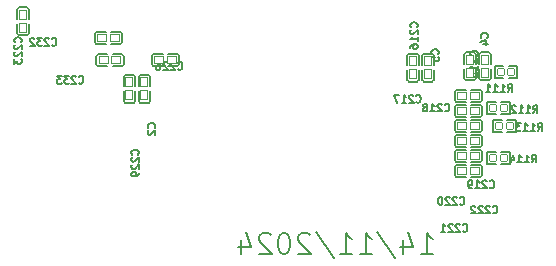
<source format=gbr>
%TF.GenerationSoftware,KiCad,Pcbnew,8.0.6*%
%TF.CreationDate,2024-11-23T19:50:46+06:00*%
%TF.ProjectId,sicomm_slaveboard_BK4819_v2,7369636f-6d6d-45f7-936c-617665626f61,rev?*%
%TF.SameCoordinates,Original*%
%TF.FileFunction,Legend,Bot*%
%TF.FilePolarity,Positive*%
%FSLAX46Y46*%
G04 Gerber Fmt 4.6, Leading zero omitted, Abs format (unit mm)*
G04 Created by KiCad (PCBNEW 8.0.6) date 2024-11-23 19:50:46*
%MOMM*%
%LPD*%
G01*
G04 APERTURE LIST*
G04 Aperture macros list*
%AMRoundRect*
0 Rectangle with rounded corners*
0 $1 Rounding radius*
0 $2 $3 $4 $5 $6 $7 $8 $9 X,Y pos of 4 corners*
0 Add a 4 corners polygon primitive as box body*
4,1,4,$2,$3,$4,$5,$6,$7,$8,$9,$2,$3,0*
0 Add four circle primitives for the rounded corners*
1,1,$1+$1,$2,$3*
1,1,$1+$1,$4,$5*
1,1,$1+$1,$6,$7*
1,1,$1+$1,$8,$9*
0 Add four rect primitives between the rounded corners*
20,1,$1+$1,$2,$3,$4,$5,0*
20,1,$1+$1,$4,$5,$6,$7,0*
20,1,$1+$1,$6,$7,$8,$9,0*
20,1,$1+$1,$8,$9,$2,$3,0*%
G04 Aperture macros list end*
%ADD10C,0.203200*%
%ADD11C,0.152400*%
%ADD12RoundRect,0.050800X-0.270000X0.395050X-0.270000X-0.395050X0.270000X-0.395050X0.270000X0.395050X0*%
%ADD13RoundRect,0.050800X0.270000X-0.395050X0.270000X0.395050X-0.270000X0.395050X-0.270000X-0.395050X0*%
%ADD14RoundRect,0.050800X0.395050X0.270000X-0.395050X0.270000X-0.395050X-0.270000X0.395050X-0.270000X0*%
%ADD15RoundRect,0.050800X-0.395050X-0.270000X0.395050X-0.270000X0.395050X0.270000X-0.395050X0.270000X0*%
%ADD16RoundRect,0.050800X-0.282850X-0.270000X0.282850X-0.270000X0.282850X0.270000X-0.282850X0.270000X0*%
%ADD17RoundRect,0.050800X-2.250000X0.650000X-2.250000X-0.650000X2.250000X-0.650000X2.250000X0.650000X0*%
%ADD18O,1.901600X1.901600*%
%ADD19O,1.801600X1.801600*%
%ADD20RoundRect,0.050800X0.850000X-0.850000X0.850000X0.850000X-0.850000X0.850000X-0.850000X-0.850000X0*%
%ADD21RoundRect,0.050800X0.900000X0.787400X-0.900000X0.787400X-0.900000X-0.787400X0.900000X-0.787400X0*%
%ADD22O,5.101600X5.101600*%
G04 APERTURE END LIST*
D10*
X31672363Y-20139242D02*
X32678077Y-20139242D01*
X32175220Y-20139242D02*
X32175220Y-18379242D01*
X32175220Y-18379242D02*
X32342839Y-18630671D01*
X32342839Y-18630671D02*
X32510458Y-18798290D01*
X32510458Y-18798290D02*
X32678077Y-18882099D01*
X30163792Y-18965909D02*
X30163792Y-20139242D01*
X30582840Y-18295433D02*
X31001887Y-19552575D01*
X31001887Y-19552575D02*
X29912364Y-19552575D01*
X27984745Y-18295433D02*
X29493316Y-20558290D01*
X26476173Y-20139242D02*
X27481887Y-20139242D01*
X26979030Y-20139242D02*
X26979030Y-18379242D01*
X26979030Y-18379242D02*
X27146649Y-18630671D01*
X27146649Y-18630671D02*
X27314268Y-18798290D01*
X27314268Y-18798290D02*
X27481887Y-18882099D01*
X24799983Y-20139242D02*
X25805697Y-20139242D01*
X25302840Y-20139242D02*
X25302840Y-18379242D01*
X25302840Y-18379242D02*
X25470459Y-18630671D01*
X25470459Y-18630671D02*
X25638078Y-18798290D01*
X25638078Y-18798290D02*
X25805697Y-18882099D01*
X22788555Y-18295433D02*
X24297126Y-20558290D01*
X22285697Y-18546861D02*
X22201888Y-18463052D01*
X22201888Y-18463052D02*
X22034269Y-18379242D01*
X22034269Y-18379242D02*
X21615221Y-18379242D01*
X21615221Y-18379242D02*
X21447602Y-18463052D01*
X21447602Y-18463052D02*
X21363793Y-18546861D01*
X21363793Y-18546861D02*
X21279983Y-18714480D01*
X21279983Y-18714480D02*
X21279983Y-18882099D01*
X21279983Y-18882099D02*
X21363793Y-19133528D01*
X21363793Y-19133528D02*
X22369507Y-20139242D01*
X22369507Y-20139242D02*
X21279983Y-20139242D01*
X20190460Y-18379242D02*
X20022841Y-18379242D01*
X20022841Y-18379242D02*
X19855222Y-18463052D01*
X19855222Y-18463052D02*
X19771412Y-18546861D01*
X19771412Y-18546861D02*
X19687603Y-18714480D01*
X19687603Y-18714480D02*
X19603793Y-19049718D01*
X19603793Y-19049718D02*
X19603793Y-19468766D01*
X19603793Y-19468766D02*
X19687603Y-19804004D01*
X19687603Y-19804004D02*
X19771412Y-19971623D01*
X19771412Y-19971623D02*
X19855222Y-20055433D01*
X19855222Y-20055433D02*
X20022841Y-20139242D01*
X20022841Y-20139242D02*
X20190460Y-20139242D01*
X20190460Y-20139242D02*
X20358079Y-20055433D01*
X20358079Y-20055433D02*
X20441888Y-19971623D01*
X20441888Y-19971623D02*
X20525698Y-19804004D01*
X20525698Y-19804004D02*
X20609507Y-19468766D01*
X20609507Y-19468766D02*
X20609507Y-19049718D01*
X20609507Y-19049718D02*
X20525698Y-18714480D01*
X20525698Y-18714480D02*
X20441888Y-18546861D01*
X20441888Y-18546861D02*
X20358079Y-18463052D01*
X20358079Y-18463052D02*
X20190460Y-18379242D01*
X18933317Y-18546861D02*
X18849508Y-18463052D01*
X18849508Y-18463052D02*
X18681889Y-18379242D01*
X18681889Y-18379242D02*
X18262841Y-18379242D01*
X18262841Y-18379242D02*
X18095222Y-18463052D01*
X18095222Y-18463052D02*
X18011413Y-18546861D01*
X18011413Y-18546861D02*
X17927603Y-18714480D01*
X17927603Y-18714480D02*
X17927603Y-18882099D01*
X17927603Y-18882099D02*
X18011413Y-19133528D01*
X18011413Y-19133528D02*
X19017127Y-20139242D01*
X19017127Y-20139242D02*
X17927603Y-20139242D01*
X16419032Y-18965909D02*
X16419032Y-20139242D01*
X16838080Y-18295433D02*
X17257127Y-19552575D01*
X17257127Y-19552575D02*
X16167604Y-19552575D01*
D11*
X9115598Y-9471258D02*
X9146075Y-9440782D01*
X9146075Y-9440782D02*
X9176551Y-9349353D01*
X9176551Y-9349353D02*
X9176551Y-9288401D01*
X9176551Y-9288401D02*
X9146075Y-9196972D01*
X9146075Y-9196972D02*
X9085122Y-9136020D01*
X9085122Y-9136020D02*
X9024170Y-9105543D01*
X9024170Y-9105543D02*
X8902265Y-9075067D01*
X8902265Y-9075067D02*
X8810836Y-9075067D01*
X8810836Y-9075067D02*
X8688932Y-9105543D01*
X8688932Y-9105543D02*
X8627979Y-9136020D01*
X8627979Y-9136020D02*
X8567027Y-9196972D01*
X8567027Y-9196972D02*
X8536551Y-9288401D01*
X8536551Y-9288401D02*
X8536551Y-9349353D01*
X8536551Y-9349353D02*
X8567027Y-9440782D01*
X8567027Y-9440782D02*
X8597503Y-9471258D01*
X8597503Y-9715067D02*
X8567027Y-9745543D01*
X8567027Y-9745543D02*
X8536551Y-9806496D01*
X8536551Y-9806496D02*
X8536551Y-9958877D01*
X8536551Y-9958877D02*
X8567027Y-10019829D01*
X8567027Y-10019829D02*
X8597503Y-10050305D01*
X8597503Y-10050305D02*
X8658455Y-10080782D01*
X8658455Y-10080782D02*
X8719408Y-10080782D01*
X8719408Y-10080782D02*
X8810836Y-10050305D01*
X8810836Y-10050305D02*
X9176551Y-9684591D01*
X9176551Y-9684591D02*
X9176551Y-10080782D01*
X-2197402Y-2232258D02*
X-2166925Y-2201782D01*
X-2166925Y-2201782D02*
X-2136449Y-2110353D01*
X-2136449Y-2110353D02*
X-2136449Y-2049401D01*
X-2136449Y-2049401D02*
X-2166925Y-1957972D01*
X-2166925Y-1957972D02*
X-2227878Y-1897020D01*
X-2227878Y-1897020D02*
X-2288830Y-1866543D01*
X-2288830Y-1866543D02*
X-2410735Y-1836067D01*
X-2410735Y-1836067D02*
X-2502164Y-1836067D01*
X-2502164Y-1836067D02*
X-2624068Y-1866543D01*
X-2624068Y-1866543D02*
X-2685021Y-1897020D01*
X-2685021Y-1897020D02*
X-2745973Y-1957972D01*
X-2745973Y-1957972D02*
X-2776449Y-2049401D01*
X-2776449Y-2049401D02*
X-2776449Y-2110353D01*
X-2776449Y-2110353D02*
X-2745973Y-2201782D01*
X-2745973Y-2201782D02*
X-2715497Y-2232258D01*
X-2715497Y-2476067D02*
X-2745973Y-2506543D01*
X-2745973Y-2506543D02*
X-2776449Y-2567496D01*
X-2776449Y-2567496D02*
X-2776449Y-2719877D01*
X-2776449Y-2719877D02*
X-2745973Y-2780829D01*
X-2745973Y-2780829D02*
X-2715497Y-2811305D01*
X-2715497Y-2811305D02*
X-2654545Y-2841782D01*
X-2654545Y-2841782D02*
X-2593592Y-2841782D01*
X-2593592Y-2841782D02*
X-2502164Y-2811305D01*
X-2502164Y-2811305D02*
X-2136449Y-2445591D01*
X-2136449Y-2445591D02*
X-2136449Y-2841782D01*
X-2715497Y-3085591D02*
X-2745973Y-3116067D01*
X-2745973Y-3116067D02*
X-2776449Y-3177020D01*
X-2776449Y-3177020D02*
X-2776449Y-3329401D01*
X-2776449Y-3329401D02*
X-2745973Y-3390353D01*
X-2745973Y-3390353D02*
X-2715497Y-3420829D01*
X-2715497Y-3420829D02*
X-2654545Y-3451306D01*
X-2654545Y-3451306D02*
X-2593592Y-3451306D01*
X-2593592Y-3451306D02*
X-2502164Y-3420829D01*
X-2502164Y-3420829D02*
X-2136449Y-3055115D01*
X-2136449Y-3055115D02*
X-2136449Y-3451306D01*
X-2776449Y-3664639D02*
X-2776449Y-4060830D01*
X-2776449Y-4060830D02*
X-2532640Y-3847496D01*
X-2532640Y-3847496D02*
X-2532640Y-3938925D01*
X-2532640Y-3938925D02*
X-2502164Y-3999877D01*
X-2502164Y-3999877D02*
X-2471687Y-4030353D01*
X-2471687Y-4030353D02*
X-2410735Y-4060830D01*
X-2410735Y-4060830D02*
X-2258354Y-4060830D01*
X-2258354Y-4060830D02*
X-2197402Y-4030353D01*
X-2197402Y-4030353D02*
X-2166925Y-3999877D01*
X-2166925Y-3999877D02*
X-2136449Y-3938925D01*
X-2136449Y-3938925D02*
X-2136449Y-3756068D01*
X-2136449Y-3756068D02*
X-2166925Y-3695115D01*
X-2166925Y-3695115D02*
X-2197402Y-3664639D01*
X11065641Y-4506498D02*
X11096117Y-4536975D01*
X11096117Y-4536975D02*
X11187546Y-4567451D01*
X11187546Y-4567451D02*
X11248498Y-4567451D01*
X11248498Y-4567451D02*
X11339927Y-4536975D01*
X11339927Y-4536975D02*
X11400879Y-4476022D01*
X11400879Y-4476022D02*
X11431356Y-4415070D01*
X11431356Y-4415070D02*
X11461832Y-4293165D01*
X11461832Y-4293165D02*
X11461832Y-4201736D01*
X11461832Y-4201736D02*
X11431356Y-4079832D01*
X11431356Y-4079832D02*
X11400879Y-4018879D01*
X11400879Y-4018879D02*
X11339927Y-3957927D01*
X11339927Y-3957927D02*
X11248498Y-3927451D01*
X11248498Y-3927451D02*
X11187546Y-3927451D01*
X11187546Y-3927451D02*
X11096117Y-3957927D01*
X11096117Y-3957927D02*
X11065641Y-3988403D01*
X10821832Y-3988403D02*
X10791356Y-3957927D01*
X10791356Y-3957927D02*
X10730403Y-3927451D01*
X10730403Y-3927451D02*
X10578022Y-3927451D01*
X10578022Y-3927451D02*
X10517070Y-3957927D01*
X10517070Y-3957927D02*
X10486594Y-3988403D01*
X10486594Y-3988403D02*
X10456117Y-4049355D01*
X10456117Y-4049355D02*
X10456117Y-4110308D01*
X10456117Y-4110308D02*
X10486594Y-4201736D01*
X10486594Y-4201736D02*
X10852308Y-4567451D01*
X10852308Y-4567451D02*
X10456117Y-4567451D01*
X10212308Y-3988403D02*
X10181832Y-3957927D01*
X10181832Y-3957927D02*
X10120879Y-3927451D01*
X10120879Y-3927451D02*
X9968498Y-3927451D01*
X9968498Y-3927451D02*
X9907546Y-3957927D01*
X9907546Y-3957927D02*
X9877070Y-3988403D01*
X9877070Y-3988403D02*
X9846593Y-4049355D01*
X9846593Y-4049355D02*
X9846593Y-4110308D01*
X9846593Y-4110308D02*
X9877070Y-4201736D01*
X9877070Y-4201736D02*
X10242784Y-4567451D01*
X10242784Y-4567451D02*
X9846593Y-4567451D01*
X9298022Y-3927451D02*
X9419927Y-3927451D01*
X9419927Y-3927451D02*
X9480879Y-3957927D01*
X9480879Y-3957927D02*
X9511355Y-3988403D01*
X9511355Y-3988403D02*
X9572308Y-4079832D01*
X9572308Y-4079832D02*
X9602784Y-4201736D01*
X9602784Y-4201736D02*
X9602784Y-4445546D01*
X9602784Y-4445546D02*
X9572308Y-4506498D01*
X9572308Y-4506498D02*
X9541831Y-4536975D01*
X9541831Y-4536975D02*
X9480879Y-4567451D01*
X9480879Y-4567451D02*
X9358974Y-4567451D01*
X9358974Y-4567451D02*
X9298022Y-4536975D01*
X9298022Y-4536975D02*
X9267546Y-4506498D01*
X9267546Y-4506498D02*
X9237069Y-4445546D01*
X9237069Y-4445546D02*
X9237069Y-4293165D01*
X9237069Y-4293165D02*
X9267546Y-4232213D01*
X9267546Y-4232213D02*
X9298022Y-4201736D01*
X9298022Y-4201736D02*
X9358974Y-4171260D01*
X9358974Y-4171260D02*
X9480879Y-4171260D01*
X9480879Y-4171260D02*
X9541831Y-4201736D01*
X9541831Y-4201736D02*
X9572308Y-4232213D01*
X9572308Y-4232213D02*
X9602784Y-4293165D01*
X7718598Y-11757258D02*
X7749075Y-11726782D01*
X7749075Y-11726782D02*
X7779551Y-11635353D01*
X7779551Y-11635353D02*
X7779551Y-11574401D01*
X7779551Y-11574401D02*
X7749075Y-11482972D01*
X7749075Y-11482972D02*
X7688122Y-11422020D01*
X7688122Y-11422020D02*
X7627170Y-11391543D01*
X7627170Y-11391543D02*
X7505265Y-11361067D01*
X7505265Y-11361067D02*
X7413836Y-11361067D01*
X7413836Y-11361067D02*
X7291932Y-11391543D01*
X7291932Y-11391543D02*
X7230979Y-11422020D01*
X7230979Y-11422020D02*
X7170027Y-11482972D01*
X7170027Y-11482972D02*
X7139551Y-11574401D01*
X7139551Y-11574401D02*
X7139551Y-11635353D01*
X7139551Y-11635353D02*
X7170027Y-11726782D01*
X7170027Y-11726782D02*
X7200503Y-11757258D01*
X7200503Y-12001067D02*
X7170027Y-12031543D01*
X7170027Y-12031543D02*
X7139551Y-12092496D01*
X7139551Y-12092496D02*
X7139551Y-12244877D01*
X7139551Y-12244877D02*
X7170027Y-12305829D01*
X7170027Y-12305829D02*
X7200503Y-12336305D01*
X7200503Y-12336305D02*
X7261455Y-12366782D01*
X7261455Y-12366782D02*
X7322408Y-12366782D01*
X7322408Y-12366782D02*
X7413836Y-12336305D01*
X7413836Y-12336305D02*
X7779551Y-11970591D01*
X7779551Y-11970591D02*
X7779551Y-12366782D01*
X7200503Y-12610591D02*
X7170027Y-12641067D01*
X7170027Y-12641067D02*
X7139551Y-12702020D01*
X7139551Y-12702020D02*
X7139551Y-12854401D01*
X7139551Y-12854401D02*
X7170027Y-12915353D01*
X7170027Y-12915353D02*
X7200503Y-12945829D01*
X7200503Y-12945829D02*
X7261455Y-12976306D01*
X7261455Y-12976306D02*
X7322408Y-12976306D01*
X7322408Y-12976306D02*
X7413836Y-12945829D01*
X7413836Y-12945829D02*
X7779551Y-12580115D01*
X7779551Y-12580115D02*
X7779551Y-12976306D01*
X7779551Y-13281068D02*
X7779551Y-13402972D01*
X7779551Y-13402972D02*
X7749075Y-13463925D01*
X7749075Y-13463925D02*
X7718598Y-13494401D01*
X7718598Y-13494401D02*
X7627170Y-13555353D01*
X7627170Y-13555353D02*
X7505265Y-13585830D01*
X7505265Y-13585830D02*
X7261455Y-13585830D01*
X7261455Y-13585830D02*
X7200503Y-13555353D01*
X7200503Y-13555353D02*
X7170027Y-13524877D01*
X7170027Y-13524877D02*
X7139551Y-13463925D01*
X7139551Y-13463925D02*
X7139551Y-13342020D01*
X7139551Y-13342020D02*
X7170027Y-13281068D01*
X7170027Y-13281068D02*
X7200503Y-13250591D01*
X7200503Y-13250591D02*
X7261455Y-13220115D01*
X7261455Y-13220115D02*
X7413836Y-13220115D01*
X7413836Y-13220115D02*
X7474789Y-13250591D01*
X7474789Y-13250591D02*
X7505265Y-13281068D01*
X7505265Y-13281068D02*
X7535741Y-13342020D01*
X7535741Y-13342020D02*
X7535741Y-13463925D01*
X7535741Y-13463925D02*
X7505265Y-13524877D01*
X7505265Y-13524877D02*
X7474789Y-13555353D01*
X7474789Y-13555353D02*
X7413836Y-13585830D01*
X397641Y-2474498D02*
X428117Y-2504975D01*
X428117Y-2504975D02*
X519546Y-2535451D01*
X519546Y-2535451D02*
X580498Y-2535451D01*
X580498Y-2535451D02*
X671927Y-2504975D01*
X671927Y-2504975D02*
X732879Y-2444022D01*
X732879Y-2444022D02*
X763356Y-2383070D01*
X763356Y-2383070D02*
X793832Y-2261165D01*
X793832Y-2261165D02*
X793832Y-2169736D01*
X793832Y-2169736D02*
X763356Y-2047832D01*
X763356Y-2047832D02*
X732879Y-1986879D01*
X732879Y-1986879D02*
X671927Y-1925927D01*
X671927Y-1925927D02*
X580498Y-1895451D01*
X580498Y-1895451D02*
X519546Y-1895451D01*
X519546Y-1895451D02*
X428117Y-1925927D01*
X428117Y-1925927D02*
X397641Y-1956403D01*
X153832Y-1956403D02*
X123356Y-1925927D01*
X123356Y-1925927D02*
X62403Y-1895451D01*
X62403Y-1895451D02*
X-89978Y-1895451D01*
X-89978Y-1895451D02*
X-150930Y-1925927D01*
X-150930Y-1925927D02*
X-181406Y-1956403D01*
X-181406Y-1956403D02*
X-211883Y-2017355D01*
X-211883Y-2017355D02*
X-211883Y-2078308D01*
X-211883Y-2078308D02*
X-181406Y-2169736D01*
X-181406Y-2169736D02*
X184308Y-2535451D01*
X184308Y-2535451D02*
X-211883Y-2535451D01*
X-425216Y-1895451D02*
X-821407Y-1895451D01*
X-821407Y-1895451D02*
X-608073Y-2139260D01*
X-608073Y-2139260D02*
X-699502Y-2139260D01*
X-699502Y-2139260D02*
X-760454Y-2169736D01*
X-760454Y-2169736D02*
X-790930Y-2200213D01*
X-790930Y-2200213D02*
X-821407Y-2261165D01*
X-821407Y-2261165D02*
X-821407Y-2413546D01*
X-821407Y-2413546D02*
X-790930Y-2474498D01*
X-790930Y-2474498D02*
X-760454Y-2504975D01*
X-760454Y-2504975D02*
X-699502Y-2535451D01*
X-699502Y-2535451D02*
X-516645Y-2535451D01*
X-516645Y-2535451D02*
X-455692Y-2504975D01*
X-455692Y-2504975D02*
X-425216Y-2474498D01*
X-1065216Y-1956403D02*
X-1095692Y-1925927D01*
X-1095692Y-1925927D02*
X-1156645Y-1895451D01*
X-1156645Y-1895451D02*
X-1309026Y-1895451D01*
X-1309026Y-1895451D02*
X-1369978Y-1925927D01*
X-1369978Y-1925927D02*
X-1400454Y-1956403D01*
X-1400454Y-1956403D02*
X-1430931Y-2017355D01*
X-1430931Y-2017355D02*
X-1430931Y-2078308D01*
X-1430931Y-2078308D02*
X-1400454Y-2169736D01*
X-1400454Y-2169736D02*
X-1034740Y-2535451D01*
X-1034740Y-2535451D02*
X-1430931Y-2535451D01*
X2683641Y-5686598D02*
X2714117Y-5717075D01*
X2714117Y-5717075D02*
X2805546Y-5747551D01*
X2805546Y-5747551D02*
X2866498Y-5747551D01*
X2866498Y-5747551D02*
X2957927Y-5717075D01*
X2957927Y-5717075D02*
X3018879Y-5656122D01*
X3018879Y-5656122D02*
X3049356Y-5595170D01*
X3049356Y-5595170D02*
X3079832Y-5473265D01*
X3079832Y-5473265D02*
X3079832Y-5381836D01*
X3079832Y-5381836D02*
X3049356Y-5259932D01*
X3049356Y-5259932D02*
X3018879Y-5198979D01*
X3018879Y-5198979D02*
X2957927Y-5138027D01*
X2957927Y-5138027D02*
X2866498Y-5107551D01*
X2866498Y-5107551D02*
X2805546Y-5107551D01*
X2805546Y-5107551D02*
X2714117Y-5138027D01*
X2714117Y-5138027D02*
X2683641Y-5168503D01*
X2439832Y-5168503D02*
X2409356Y-5138027D01*
X2409356Y-5138027D02*
X2348403Y-5107551D01*
X2348403Y-5107551D02*
X2196022Y-5107551D01*
X2196022Y-5107551D02*
X2135070Y-5138027D01*
X2135070Y-5138027D02*
X2104594Y-5168503D01*
X2104594Y-5168503D02*
X2074117Y-5229455D01*
X2074117Y-5229455D02*
X2074117Y-5290408D01*
X2074117Y-5290408D02*
X2104594Y-5381836D01*
X2104594Y-5381836D02*
X2470308Y-5747551D01*
X2470308Y-5747551D02*
X2074117Y-5747551D01*
X1860784Y-5107551D02*
X1464593Y-5107551D01*
X1464593Y-5107551D02*
X1677927Y-5351360D01*
X1677927Y-5351360D02*
X1586498Y-5351360D01*
X1586498Y-5351360D02*
X1525546Y-5381836D01*
X1525546Y-5381836D02*
X1495070Y-5412313D01*
X1495070Y-5412313D02*
X1464593Y-5473265D01*
X1464593Y-5473265D02*
X1464593Y-5625646D01*
X1464593Y-5625646D02*
X1495070Y-5686598D01*
X1495070Y-5686598D02*
X1525546Y-5717075D01*
X1525546Y-5717075D02*
X1586498Y-5747551D01*
X1586498Y-5747551D02*
X1769355Y-5747551D01*
X1769355Y-5747551D02*
X1830308Y-5717075D01*
X1830308Y-5717075D02*
X1860784Y-5686598D01*
X1251260Y-5107551D02*
X855069Y-5107551D01*
X855069Y-5107551D02*
X1068403Y-5351360D01*
X1068403Y-5351360D02*
X976974Y-5351360D01*
X976974Y-5351360D02*
X916022Y-5381836D01*
X916022Y-5381836D02*
X885546Y-5412313D01*
X885546Y-5412313D02*
X855069Y-5473265D01*
X855069Y-5473265D02*
X855069Y-5625646D01*
X855069Y-5625646D02*
X885546Y-5686598D01*
X885546Y-5686598D02*
X916022Y-5717075D01*
X916022Y-5717075D02*
X976974Y-5747551D01*
X976974Y-5747551D02*
X1159831Y-5747551D01*
X1159831Y-5747551D02*
X1220784Y-5717075D01*
X1220784Y-5717075D02*
X1251260Y-5686598D01*
X37299598Y-1851258D02*
X37330075Y-1820782D01*
X37330075Y-1820782D02*
X37360551Y-1729353D01*
X37360551Y-1729353D02*
X37360551Y-1668401D01*
X37360551Y-1668401D02*
X37330075Y-1576972D01*
X37330075Y-1576972D02*
X37269122Y-1516020D01*
X37269122Y-1516020D02*
X37208170Y-1485543D01*
X37208170Y-1485543D02*
X37086265Y-1455067D01*
X37086265Y-1455067D02*
X36994836Y-1455067D01*
X36994836Y-1455067D02*
X36872932Y-1485543D01*
X36872932Y-1485543D02*
X36811979Y-1516020D01*
X36811979Y-1516020D02*
X36751027Y-1576972D01*
X36751027Y-1576972D02*
X36720551Y-1668401D01*
X36720551Y-1668401D02*
X36720551Y-1729353D01*
X36720551Y-1729353D02*
X36751027Y-1820782D01*
X36751027Y-1820782D02*
X36781503Y-1851258D01*
X36933884Y-2399829D02*
X37360551Y-2399829D01*
X36690075Y-2247448D02*
X37147217Y-2095067D01*
X37147217Y-2095067D02*
X37147217Y-2491258D01*
X33118598Y-3248258D02*
X33149075Y-3217782D01*
X33149075Y-3217782D02*
X33179551Y-3126353D01*
X33179551Y-3126353D02*
X33179551Y-3065401D01*
X33179551Y-3065401D02*
X33149075Y-2973972D01*
X33149075Y-2973972D02*
X33088122Y-2913020D01*
X33088122Y-2913020D02*
X33027170Y-2882543D01*
X33027170Y-2882543D02*
X32905265Y-2852067D01*
X32905265Y-2852067D02*
X32813836Y-2852067D01*
X32813836Y-2852067D02*
X32691932Y-2882543D01*
X32691932Y-2882543D02*
X32630979Y-2913020D01*
X32630979Y-2913020D02*
X32570027Y-2973972D01*
X32570027Y-2973972D02*
X32539551Y-3065401D01*
X32539551Y-3065401D02*
X32539551Y-3126353D01*
X32539551Y-3126353D02*
X32570027Y-3217782D01*
X32570027Y-3217782D02*
X32600503Y-3248258D01*
X32539551Y-3827305D02*
X32539551Y-3522543D01*
X32539551Y-3522543D02*
X32844313Y-3492067D01*
X32844313Y-3492067D02*
X32813836Y-3522543D01*
X32813836Y-3522543D02*
X32783360Y-3583496D01*
X32783360Y-3583496D02*
X32783360Y-3735877D01*
X32783360Y-3735877D02*
X32813836Y-3796829D01*
X32813836Y-3796829D02*
X32844313Y-3827305D01*
X32844313Y-3827305D02*
X32905265Y-3857782D01*
X32905265Y-3857782D02*
X33057646Y-3857782D01*
X33057646Y-3857782D02*
X33118598Y-3827305D01*
X33118598Y-3827305D02*
X33149075Y-3796829D01*
X33149075Y-3796829D02*
X33179551Y-3735877D01*
X33179551Y-3735877D02*
X33179551Y-3583496D01*
X33179551Y-3583496D02*
X33149075Y-3522543D01*
X33149075Y-3522543D02*
X33118598Y-3492067D01*
X36420598Y-3375258D02*
X36451075Y-3344782D01*
X36451075Y-3344782D02*
X36481551Y-3253353D01*
X36481551Y-3253353D02*
X36481551Y-3192401D01*
X36481551Y-3192401D02*
X36451075Y-3100972D01*
X36451075Y-3100972D02*
X36390122Y-3040020D01*
X36390122Y-3040020D02*
X36329170Y-3009543D01*
X36329170Y-3009543D02*
X36207265Y-2979067D01*
X36207265Y-2979067D02*
X36115836Y-2979067D01*
X36115836Y-2979067D02*
X35993932Y-3009543D01*
X35993932Y-3009543D02*
X35932979Y-3040020D01*
X35932979Y-3040020D02*
X35872027Y-3100972D01*
X35872027Y-3100972D02*
X35841551Y-3192401D01*
X35841551Y-3192401D02*
X35841551Y-3253353D01*
X35841551Y-3253353D02*
X35872027Y-3344782D01*
X35872027Y-3344782D02*
X35902503Y-3375258D01*
X35902503Y-3619067D02*
X35872027Y-3649543D01*
X35872027Y-3649543D02*
X35841551Y-3710496D01*
X35841551Y-3710496D02*
X35841551Y-3862877D01*
X35841551Y-3862877D02*
X35872027Y-3923829D01*
X35872027Y-3923829D02*
X35902503Y-3954305D01*
X35902503Y-3954305D02*
X35963455Y-3984782D01*
X35963455Y-3984782D02*
X36024408Y-3984782D01*
X36024408Y-3984782D02*
X36115836Y-3954305D01*
X36115836Y-3954305D02*
X36481551Y-3588591D01*
X36481551Y-3588591D02*
X36481551Y-3984782D01*
X36481551Y-4594306D02*
X36481551Y-4228591D01*
X36481551Y-4411448D02*
X35841551Y-4411448D01*
X35841551Y-4411448D02*
X35932979Y-4350496D01*
X35932979Y-4350496D02*
X35993932Y-4289544D01*
X35993932Y-4289544D02*
X36024408Y-4228591D01*
X35841551Y-5173353D02*
X35841551Y-4868591D01*
X35841551Y-4868591D02*
X36146313Y-4838115D01*
X36146313Y-4838115D02*
X36115836Y-4868591D01*
X36115836Y-4868591D02*
X36085360Y-4929544D01*
X36085360Y-4929544D02*
X36085360Y-5081925D01*
X36085360Y-5081925D02*
X36115836Y-5142877D01*
X36115836Y-5142877D02*
X36146313Y-5173353D01*
X36146313Y-5173353D02*
X36207265Y-5203830D01*
X36207265Y-5203830D02*
X36359646Y-5203830D01*
X36359646Y-5203830D02*
X36420598Y-5173353D01*
X36420598Y-5173353D02*
X36451075Y-5142877D01*
X36451075Y-5142877D02*
X36481551Y-5081925D01*
X36481551Y-5081925D02*
X36481551Y-4929544D01*
X36481551Y-4929544D02*
X36451075Y-4868591D01*
X36451075Y-4868591D02*
X36420598Y-4838115D01*
X31330598Y-962258D02*
X31361075Y-931782D01*
X31361075Y-931782D02*
X31391551Y-840353D01*
X31391551Y-840353D02*
X31391551Y-779401D01*
X31391551Y-779401D02*
X31361075Y-687972D01*
X31361075Y-687972D02*
X31300122Y-627020D01*
X31300122Y-627020D02*
X31239170Y-596543D01*
X31239170Y-596543D02*
X31117265Y-566067D01*
X31117265Y-566067D02*
X31025836Y-566067D01*
X31025836Y-566067D02*
X30903932Y-596543D01*
X30903932Y-596543D02*
X30842979Y-627020D01*
X30842979Y-627020D02*
X30782027Y-687972D01*
X30782027Y-687972D02*
X30751551Y-779401D01*
X30751551Y-779401D02*
X30751551Y-840353D01*
X30751551Y-840353D02*
X30782027Y-931782D01*
X30782027Y-931782D02*
X30812503Y-962258D01*
X30812503Y-1206067D02*
X30782027Y-1236543D01*
X30782027Y-1236543D02*
X30751551Y-1297496D01*
X30751551Y-1297496D02*
X30751551Y-1449877D01*
X30751551Y-1449877D02*
X30782027Y-1510829D01*
X30782027Y-1510829D02*
X30812503Y-1541305D01*
X30812503Y-1541305D02*
X30873455Y-1571782D01*
X30873455Y-1571782D02*
X30934408Y-1571782D01*
X30934408Y-1571782D02*
X31025836Y-1541305D01*
X31025836Y-1541305D02*
X31391551Y-1175591D01*
X31391551Y-1175591D02*
X31391551Y-1571782D01*
X31391551Y-2181306D02*
X31391551Y-1815591D01*
X31391551Y-1998448D02*
X30751551Y-1998448D01*
X30751551Y-1998448D02*
X30842979Y-1937496D01*
X30842979Y-1937496D02*
X30903932Y-1876544D01*
X30903932Y-1876544D02*
X30934408Y-1815591D01*
X30751551Y-2729877D02*
X30751551Y-2607972D01*
X30751551Y-2607972D02*
X30782027Y-2547020D01*
X30782027Y-2547020D02*
X30812503Y-2516544D01*
X30812503Y-2516544D02*
X30903932Y-2455591D01*
X30903932Y-2455591D02*
X31025836Y-2425115D01*
X31025836Y-2425115D02*
X31269646Y-2425115D01*
X31269646Y-2425115D02*
X31330598Y-2455591D01*
X31330598Y-2455591D02*
X31361075Y-2486068D01*
X31361075Y-2486068D02*
X31391551Y-2547020D01*
X31391551Y-2547020D02*
X31391551Y-2668925D01*
X31391551Y-2668925D02*
X31361075Y-2729877D01*
X31361075Y-2729877D02*
X31330598Y-2760353D01*
X31330598Y-2760353D02*
X31269646Y-2790830D01*
X31269646Y-2790830D02*
X31117265Y-2790830D01*
X31117265Y-2790830D02*
X31056313Y-2760353D01*
X31056313Y-2760353D02*
X31025836Y-2729877D01*
X31025836Y-2729877D02*
X30995360Y-2668925D01*
X30995360Y-2668925D02*
X30995360Y-2547020D01*
X30995360Y-2547020D02*
X31025836Y-2486068D01*
X31025836Y-2486068D02*
X31056313Y-2455591D01*
X31056313Y-2455591D02*
X31117265Y-2425115D01*
X31258641Y-7300498D02*
X31289117Y-7330975D01*
X31289117Y-7330975D02*
X31380546Y-7361451D01*
X31380546Y-7361451D02*
X31441498Y-7361451D01*
X31441498Y-7361451D02*
X31532927Y-7330975D01*
X31532927Y-7330975D02*
X31593879Y-7270022D01*
X31593879Y-7270022D02*
X31624356Y-7209070D01*
X31624356Y-7209070D02*
X31654832Y-7087165D01*
X31654832Y-7087165D02*
X31654832Y-6995736D01*
X31654832Y-6995736D02*
X31624356Y-6873832D01*
X31624356Y-6873832D02*
X31593879Y-6812879D01*
X31593879Y-6812879D02*
X31532927Y-6751927D01*
X31532927Y-6751927D02*
X31441498Y-6721451D01*
X31441498Y-6721451D02*
X31380546Y-6721451D01*
X31380546Y-6721451D02*
X31289117Y-6751927D01*
X31289117Y-6751927D02*
X31258641Y-6782403D01*
X31014832Y-6782403D02*
X30984356Y-6751927D01*
X30984356Y-6751927D02*
X30923403Y-6721451D01*
X30923403Y-6721451D02*
X30771022Y-6721451D01*
X30771022Y-6721451D02*
X30710070Y-6751927D01*
X30710070Y-6751927D02*
X30679594Y-6782403D01*
X30679594Y-6782403D02*
X30649117Y-6843355D01*
X30649117Y-6843355D02*
X30649117Y-6904308D01*
X30649117Y-6904308D02*
X30679594Y-6995736D01*
X30679594Y-6995736D02*
X31045308Y-7361451D01*
X31045308Y-7361451D02*
X30649117Y-7361451D01*
X30039593Y-7361451D02*
X30405308Y-7361451D01*
X30222451Y-7361451D02*
X30222451Y-6721451D01*
X30222451Y-6721451D02*
X30283403Y-6812879D01*
X30283403Y-6812879D02*
X30344355Y-6873832D01*
X30344355Y-6873832D02*
X30405308Y-6904308D01*
X29826260Y-6721451D02*
X29399593Y-6721451D01*
X29399593Y-6721451D02*
X29673879Y-7361451D01*
X33671641Y-8052498D02*
X33702117Y-8082975D01*
X33702117Y-8082975D02*
X33793546Y-8113451D01*
X33793546Y-8113451D02*
X33854498Y-8113451D01*
X33854498Y-8113451D02*
X33945927Y-8082975D01*
X33945927Y-8082975D02*
X34006879Y-8022022D01*
X34006879Y-8022022D02*
X34037356Y-7961070D01*
X34037356Y-7961070D02*
X34067832Y-7839165D01*
X34067832Y-7839165D02*
X34067832Y-7747736D01*
X34067832Y-7747736D02*
X34037356Y-7625832D01*
X34037356Y-7625832D02*
X34006879Y-7564879D01*
X34006879Y-7564879D02*
X33945927Y-7503927D01*
X33945927Y-7503927D02*
X33854498Y-7473451D01*
X33854498Y-7473451D02*
X33793546Y-7473451D01*
X33793546Y-7473451D02*
X33702117Y-7503927D01*
X33702117Y-7503927D02*
X33671641Y-7534403D01*
X33427832Y-7534403D02*
X33397356Y-7503927D01*
X33397356Y-7503927D02*
X33336403Y-7473451D01*
X33336403Y-7473451D02*
X33184022Y-7473451D01*
X33184022Y-7473451D02*
X33123070Y-7503927D01*
X33123070Y-7503927D02*
X33092594Y-7534403D01*
X33092594Y-7534403D02*
X33062117Y-7595355D01*
X33062117Y-7595355D02*
X33062117Y-7656308D01*
X33062117Y-7656308D02*
X33092594Y-7747736D01*
X33092594Y-7747736D02*
X33458308Y-8113451D01*
X33458308Y-8113451D02*
X33062117Y-8113451D01*
X32452593Y-8113451D02*
X32818308Y-8113451D01*
X32635451Y-8113451D02*
X32635451Y-7473451D01*
X32635451Y-7473451D02*
X32696403Y-7564879D01*
X32696403Y-7564879D02*
X32757355Y-7625832D01*
X32757355Y-7625832D02*
X32818308Y-7656308D01*
X32086879Y-7747736D02*
X32147831Y-7717260D01*
X32147831Y-7717260D02*
X32178308Y-7686784D01*
X32178308Y-7686784D02*
X32208784Y-7625832D01*
X32208784Y-7625832D02*
X32208784Y-7595355D01*
X32208784Y-7595355D02*
X32178308Y-7534403D01*
X32178308Y-7534403D02*
X32147831Y-7503927D01*
X32147831Y-7503927D02*
X32086879Y-7473451D01*
X32086879Y-7473451D02*
X31964974Y-7473451D01*
X31964974Y-7473451D02*
X31904022Y-7503927D01*
X31904022Y-7503927D02*
X31873546Y-7534403D01*
X31873546Y-7534403D02*
X31843069Y-7595355D01*
X31843069Y-7595355D02*
X31843069Y-7625832D01*
X31843069Y-7625832D02*
X31873546Y-7686784D01*
X31873546Y-7686784D02*
X31904022Y-7717260D01*
X31904022Y-7717260D02*
X31964974Y-7747736D01*
X31964974Y-7747736D02*
X32086879Y-7747736D01*
X32086879Y-7747736D02*
X32147831Y-7778213D01*
X32147831Y-7778213D02*
X32178308Y-7808689D01*
X32178308Y-7808689D02*
X32208784Y-7869641D01*
X32208784Y-7869641D02*
X32208784Y-7991546D01*
X32208784Y-7991546D02*
X32178308Y-8052498D01*
X32178308Y-8052498D02*
X32147831Y-8082975D01*
X32147831Y-8082975D02*
X32086879Y-8113451D01*
X32086879Y-8113451D02*
X31964974Y-8113451D01*
X31964974Y-8113451D02*
X31904022Y-8082975D01*
X31904022Y-8082975D02*
X31873546Y-8052498D01*
X31873546Y-8052498D02*
X31843069Y-7991546D01*
X31843069Y-7991546D02*
X31843069Y-7869641D01*
X31843069Y-7869641D02*
X31873546Y-7808689D01*
X31873546Y-7808689D02*
X31904022Y-7778213D01*
X31904022Y-7778213D02*
X31964974Y-7747736D01*
X37481641Y-14529498D02*
X37512117Y-14559975D01*
X37512117Y-14559975D02*
X37603546Y-14590451D01*
X37603546Y-14590451D02*
X37664498Y-14590451D01*
X37664498Y-14590451D02*
X37755927Y-14559975D01*
X37755927Y-14559975D02*
X37816879Y-14499022D01*
X37816879Y-14499022D02*
X37847356Y-14438070D01*
X37847356Y-14438070D02*
X37877832Y-14316165D01*
X37877832Y-14316165D02*
X37877832Y-14224736D01*
X37877832Y-14224736D02*
X37847356Y-14102832D01*
X37847356Y-14102832D02*
X37816879Y-14041879D01*
X37816879Y-14041879D02*
X37755927Y-13980927D01*
X37755927Y-13980927D02*
X37664498Y-13950451D01*
X37664498Y-13950451D02*
X37603546Y-13950451D01*
X37603546Y-13950451D02*
X37512117Y-13980927D01*
X37512117Y-13980927D02*
X37481641Y-14011403D01*
X37237832Y-14011403D02*
X37207356Y-13980927D01*
X37207356Y-13980927D02*
X37146403Y-13950451D01*
X37146403Y-13950451D02*
X36994022Y-13950451D01*
X36994022Y-13950451D02*
X36933070Y-13980927D01*
X36933070Y-13980927D02*
X36902594Y-14011403D01*
X36902594Y-14011403D02*
X36872117Y-14072355D01*
X36872117Y-14072355D02*
X36872117Y-14133308D01*
X36872117Y-14133308D02*
X36902594Y-14224736D01*
X36902594Y-14224736D02*
X37268308Y-14590451D01*
X37268308Y-14590451D02*
X36872117Y-14590451D01*
X36262593Y-14590451D02*
X36628308Y-14590451D01*
X36445451Y-14590451D02*
X36445451Y-13950451D01*
X36445451Y-13950451D02*
X36506403Y-14041879D01*
X36506403Y-14041879D02*
X36567355Y-14102832D01*
X36567355Y-14102832D02*
X36628308Y-14133308D01*
X35957831Y-14590451D02*
X35835927Y-14590451D01*
X35835927Y-14590451D02*
X35774974Y-14559975D01*
X35774974Y-14559975D02*
X35744498Y-14529498D01*
X35744498Y-14529498D02*
X35683546Y-14438070D01*
X35683546Y-14438070D02*
X35653069Y-14316165D01*
X35653069Y-14316165D02*
X35653069Y-14072355D01*
X35653069Y-14072355D02*
X35683546Y-14011403D01*
X35683546Y-14011403D02*
X35714022Y-13980927D01*
X35714022Y-13980927D02*
X35774974Y-13950451D01*
X35774974Y-13950451D02*
X35896879Y-13950451D01*
X35896879Y-13950451D02*
X35957831Y-13980927D01*
X35957831Y-13980927D02*
X35988308Y-14011403D01*
X35988308Y-14011403D02*
X36018784Y-14072355D01*
X36018784Y-14072355D02*
X36018784Y-14224736D01*
X36018784Y-14224736D02*
X35988308Y-14285689D01*
X35988308Y-14285689D02*
X35957831Y-14316165D01*
X35957831Y-14316165D02*
X35896879Y-14346641D01*
X35896879Y-14346641D02*
X35774974Y-14346641D01*
X35774974Y-14346641D02*
X35714022Y-14316165D01*
X35714022Y-14316165D02*
X35683546Y-14285689D01*
X35683546Y-14285689D02*
X35653069Y-14224736D01*
X34941641Y-15936498D02*
X34972117Y-15966975D01*
X34972117Y-15966975D02*
X35063546Y-15997451D01*
X35063546Y-15997451D02*
X35124498Y-15997451D01*
X35124498Y-15997451D02*
X35215927Y-15966975D01*
X35215927Y-15966975D02*
X35276879Y-15906022D01*
X35276879Y-15906022D02*
X35307356Y-15845070D01*
X35307356Y-15845070D02*
X35337832Y-15723165D01*
X35337832Y-15723165D02*
X35337832Y-15631736D01*
X35337832Y-15631736D02*
X35307356Y-15509832D01*
X35307356Y-15509832D02*
X35276879Y-15448879D01*
X35276879Y-15448879D02*
X35215927Y-15387927D01*
X35215927Y-15387927D02*
X35124498Y-15357451D01*
X35124498Y-15357451D02*
X35063546Y-15357451D01*
X35063546Y-15357451D02*
X34972117Y-15387927D01*
X34972117Y-15387927D02*
X34941641Y-15418403D01*
X34697832Y-15418403D02*
X34667356Y-15387927D01*
X34667356Y-15387927D02*
X34606403Y-15357451D01*
X34606403Y-15357451D02*
X34454022Y-15357451D01*
X34454022Y-15357451D02*
X34393070Y-15387927D01*
X34393070Y-15387927D02*
X34362594Y-15418403D01*
X34362594Y-15418403D02*
X34332117Y-15479355D01*
X34332117Y-15479355D02*
X34332117Y-15540308D01*
X34332117Y-15540308D02*
X34362594Y-15631736D01*
X34362594Y-15631736D02*
X34728308Y-15997451D01*
X34728308Y-15997451D02*
X34332117Y-15997451D01*
X34088308Y-15418403D02*
X34057832Y-15387927D01*
X34057832Y-15387927D02*
X33996879Y-15357451D01*
X33996879Y-15357451D02*
X33844498Y-15357451D01*
X33844498Y-15357451D02*
X33783546Y-15387927D01*
X33783546Y-15387927D02*
X33753070Y-15418403D01*
X33753070Y-15418403D02*
X33722593Y-15479355D01*
X33722593Y-15479355D02*
X33722593Y-15540308D01*
X33722593Y-15540308D02*
X33753070Y-15631736D01*
X33753070Y-15631736D02*
X34118784Y-15997451D01*
X34118784Y-15997451D02*
X33722593Y-15997451D01*
X33326403Y-15357451D02*
X33265450Y-15357451D01*
X33265450Y-15357451D02*
X33204498Y-15387927D01*
X33204498Y-15387927D02*
X33174022Y-15418403D01*
X33174022Y-15418403D02*
X33143546Y-15479355D01*
X33143546Y-15479355D02*
X33113069Y-15601260D01*
X33113069Y-15601260D02*
X33113069Y-15753641D01*
X33113069Y-15753641D02*
X33143546Y-15875546D01*
X33143546Y-15875546D02*
X33174022Y-15936498D01*
X33174022Y-15936498D02*
X33204498Y-15966975D01*
X33204498Y-15966975D02*
X33265450Y-15997451D01*
X33265450Y-15997451D02*
X33326403Y-15997451D01*
X33326403Y-15997451D02*
X33387355Y-15966975D01*
X33387355Y-15966975D02*
X33417831Y-15936498D01*
X33417831Y-15936498D02*
X33448308Y-15875546D01*
X33448308Y-15875546D02*
X33478784Y-15753641D01*
X33478784Y-15753641D02*
X33478784Y-15601260D01*
X33478784Y-15601260D02*
X33448308Y-15479355D01*
X33448308Y-15479355D02*
X33417831Y-15418403D01*
X33417831Y-15418403D02*
X33387355Y-15387927D01*
X33387355Y-15387927D02*
X33326403Y-15357451D01*
X35195641Y-18222498D02*
X35226117Y-18252975D01*
X35226117Y-18252975D02*
X35317546Y-18283451D01*
X35317546Y-18283451D02*
X35378498Y-18283451D01*
X35378498Y-18283451D02*
X35469927Y-18252975D01*
X35469927Y-18252975D02*
X35530879Y-18192022D01*
X35530879Y-18192022D02*
X35561356Y-18131070D01*
X35561356Y-18131070D02*
X35591832Y-18009165D01*
X35591832Y-18009165D02*
X35591832Y-17917736D01*
X35591832Y-17917736D02*
X35561356Y-17795832D01*
X35561356Y-17795832D02*
X35530879Y-17734879D01*
X35530879Y-17734879D02*
X35469927Y-17673927D01*
X35469927Y-17673927D02*
X35378498Y-17643451D01*
X35378498Y-17643451D02*
X35317546Y-17643451D01*
X35317546Y-17643451D02*
X35226117Y-17673927D01*
X35226117Y-17673927D02*
X35195641Y-17704403D01*
X34951832Y-17704403D02*
X34921356Y-17673927D01*
X34921356Y-17673927D02*
X34860403Y-17643451D01*
X34860403Y-17643451D02*
X34708022Y-17643451D01*
X34708022Y-17643451D02*
X34647070Y-17673927D01*
X34647070Y-17673927D02*
X34616594Y-17704403D01*
X34616594Y-17704403D02*
X34586117Y-17765355D01*
X34586117Y-17765355D02*
X34586117Y-17826308D01*
X34586117Y-17826308D02*
X34616594Y-17917736D01*
X34616594Y-17917736D02*
X34982308Y-18283451D01*
X34982308Y-18283451D02*
X34586117Y-18283451D01*
X34342308Y-17704403D02*
X34311832Y-17673927D01*
X34311832Y-17673927D02*
X34250879Y-17643451D01*
X34250879Y-17643451D02*
X34098498Y-17643451D01*
X34098498Y-17643451D02*
X34037546Y-17673927D01*
X34037546Y-17673927D02*
X34007070Y-17704403D01*
X34007070Y-17704403D02*
X33976593Y-17765355D01*
X33976593Y-17765355D02*
X33976593Y-17826308D01*
X33976593Y-17826308D02*
X34007070Y-17917736D01*
X34007070Y-17917736D02*
X34372784Y-18283451D01*
X34372784Y-18283451D02*
X33976593Y-18283451D01*
X33367069Y-18283451D02*
X33732784Y-18283451D01*
X33549927Y-18283451D02*
X33549927Y-17643451D01*
X33549927Y-17643451D02*
X33610879Y-17734879D01*
X33610879Y-17734879D02*
X33671831Y-17795832D01*
X33671831Y-17795832D02*
X33732784Y-17826308D01*
X37735641Y-16688498D02*
X37766117Y-16718975D01*
X37766117Y-16718975D02*
X37857546Y-16749451D01*
X37857546Y-16749451D02*
X37918498Y-16749451D01*
X37918498Y-16749451D02*
X38009927Y-16718975D01*
X38009927Y-16718975D02*
X38070879Y-16658022D01*
X38070879Y-16658022D02*
X38101356Y-16597070D01*
X38101356Y-16597070D02*
X38131832Y-16475165D01*
X38131832Y-16475165D02*
X38131832Y-16383736D01*
X38131832Y-16383736D02*
X38101356Y-16261832D01*
X38101356Y-16261832D02*
X38070879Y-16200879D01*
X38070879Y-16200879D02*
X38009927Y-16139927D01*
X38009927Y-16139927D02*
X37918498Y-16109451D01*
X37918498Y-16109451D02*
X37857546Y-16109451D01*
X37857546Y-16109451D02*
X37766117Y-16139927D01*
X37766117Y-16139927D02*
X37735641Y-16170403D01*
X37491832Y-16170403D02*
X37461356Y-16139927D01*
X37461356Y-16139927D02*
X37400403Y-16109451D01*
X37400403Y-16109451D02*
X37248022Y-16109451D01*
X37248022Y-16109451D02*
X37187070Y-16139927D01*
X37187070Y-16139927D02*
X37156594Y-16170403D01*
X37156594Y-16170403D02*
X37126117Y-16231355D01*
X37126117Y-16231355D02*
X37126117Y-16292308D01*
X37126117Y-16292308D02*
X37156594Y-16383736D01*
X37156594Y-16383736D02*
X37522308Y-16749451D01*
X37522308Y-16749451D02*
X37126117Y-16749451D01*
X36882308Y-16170403D02*
X36851832Y-16139927D01*
X36851832Y-16139927D02*
X36790879Y-16109451D01*
X36790879Y-16109451D02*
X36638498Y-16109451D01*
X36638498Y-16109451D02*
X36577546Y-16139927D01*
X36577546Y-16139927D02*
X36547070Y-16170403D01*
X36547070Y-16170403D02*
X36516593Y-16231355D01*
X36516593Y-16231355D02*
X36516593Y-16292308D01*
X36516593Y-16292308D02*
X36547070Y-16383736D01*
X36547070Y-16383736D02*
X36912784Y-16749451D01*
X36912784Y-16749451D02*
X36516593Y-16749451D01*
X36272784Y-16170403D02*
X36242308Y-16139927D01*
X36242308Y-16139927D02*
X36181355Y-16109451D01*
X36181355Y-16109451D02*
X36028974Y-16109451D01*
X36028974Y-16109451D02*
X35968022Y-16139927D01*
X35968022Y-16139927D02*
X35937546Y-16170403D01*
X35937546Y-16170403D02*
X35907069Y-16231355D01*
X35907069Y-16231355D02*
X35907069Y-16292308D01*
X35907069Y-16292308D02*
X35937546Y-16383736D01*
X35937546Y-16383736D02*
X36303260Y-16749451D01*
X36303260Y-16749451D02*
X35907069Y-16749451D01*
X39005641Y-6462451D02*
X39218975Y-6157689D01*
X39371356Y-6462451D02*
X39371356Y-5822451D01*
X39371356Y-5822451D02*
X39127546Y-5822451D01*
X39127546Y-5822451D02*
X39066594Y-5852927D01*
X39066594Y-5852927D02*
X39036117Y-5883403D01*
X39036117Y-5883403D02*
X39005641Y-5944355D01*
X39005641Y-5944355D02*
X39005641Y-6035784D01*
X39005641Y-6035784D02*
X39036117Y-6096736D01*
X39036117Y-6096736D02*
X39066594Y-6127213D01*
X39066594Y-6127213D02*
X39127546Y-6157689D01*
X39127546Y-6157689D02*
X39371356Y-6157689D01*
X38396117Y-6462451D02*
X38761832Y-6462451D01*
X38578975Y-6462451D02*
X38578975Y-5822451D01*
X38578975Y-5822451D02*
X38639927Y-5913879D01*
X38639927Y-5913879D02*
X38700879Y-5974832D01*
X38700879Y-5974832D02*
X38761832Y-6005308D01*
X37786593Y-6462451D02*
X38152308Y-6462451D01*
X37969451Y-6462451D02*
X37969451Y-5822451D01*
X37969451Y-5822451D02*
X38030403Y-5913879D01*
X38030403Y-5913879D02*
X38091355Y-5974832D01*
X38091355Y-5974832D02*
X38152308Y-6005308D01*
X37177069Y-6462451D02*
X37542784Y-6462451D01*
X37359927Y-6462451D02*
X37359927Y-5822451D01*
X37359927Y-5822451D02*
X37420879Y-5913879D01*
X37420879Y-5913879D02*
X37481831Y-5974832D01*
X37481831Y-5974832D02*
X37542784Y-6005308D01*
X41164641Y-8240451D02*
X41377975Y-7935689D01*
X41530356Y-8240451D02*
X41530356Y-7600451D01*
X41530356Y-7600451D02*
X41286546Y-7600451D01*
X41286546Y-7600451D02*
X41225594Y-7630927D01*
X41225594Y-7630927D02*
X41195117Y-7661403D01*
X41195117Y-7661403D02*
X41164641Y-7722355D01*
X41164641Y-7722355D02*
X41164641Y-7813784D01*
X41164641Y-7813784D02*
X41195117Y-7874736D01*
X41195117Y-7874736D02*
X41225594Y-7905213D01*
X41225594Y-7905213D02*
X41286546Y-7935689D01*
X41286546Y-7935689D02*
X41530356Y-7935689D01*
X40555117Y-8240451D02*
X40920832Y-8240451D01*
X40737975Y-8240451D02*
X40737975Y-7600451D01*
X40737975Y-7600451D02*
X40798927Y-7691879D01*
X40798927Y-7691879D02*
X40859879Y-7752832D01*
X40859879Y-7752832D02*
X40920832Y-7783308D01*
X39945593Y-8240451D02*
X40311308Y-8240451D01*
X40128451Y-8240451D02*
X40128451Y-7600451D01*
X40128451Y-7600451D02*
X40189403Y-7691879D01*
X40189403Y-7691879D02*
X40250355Y-7752832D01*
X40250355Y-7752832D02*
X40311308Y-7783308D01*
X39701784Y-7661403D02*
X39671308Y-7630927D01*
X39671308Y-7630927D02*
X39610355Y-7600451D01*
X39610355Y-7600451D02*
X39457974Y-7600451D01*
X39457974Y-7600451D02*
X39397022Y-7630927D01*
X39397022Y-7630927D02*
X39366546Y-7661403D01*
X39366546Y-7661403D02*
X39336069Y-7722355D01*
X39336069Y-7722355D02*
X39336069Y-7783308D01*
X39336069Y-7783308D02*
X39366546Y-7874736D01*
X39366546Y-7874736D02*
X39732260Y-8240451D01*
X39732260Y-8240451D02*
X39336069Y-8240451D01*
X41545641Y-9764451D02*
X41758975Y-9459689D01*
X41911356Y-9764451D02*
X41911356Y-9124451D01*
X41911356Y-9124451D02*
X41667546Y-9124451D01*
X41667546Y-9124451D02*
X41606594Y-9154927D01*
X41606594Y-9154927D02*
X41576117Y-9185403D01*
X41576117Y-9185403D02*
X41545641Y-9246355D01*
X41545641Y-9246355D02*
X41545641Y-9337784D01*
X41545641Y-9337784D02*
X41576117Y-9398736D01*
X41576117Y-9398736D02*
X41606594Y-9429213D01*
X41606594Y-9429213D02*
X41667546Y-9459689D01*
X41667546Y-9459689D02*
X41911356Y-9459689D01*
X40936117Y-9764451D02*
X41301832Y-9764451D01*
X41118975Y-9764451D02*
X41118975Y-9124451D01*
X41118975Y-9124451D02*
X41179927Y-9215879D01*
X41179927Y-9215879D02*
X41240879Y-9276832D01*
X41240879Y-9276832D02*
X41301832Y-9307308D01*
X40326593Y-9764451D02*
X40692308Y-9764451D01*
X40509451Y-9764451D02*
X40509451Y-9124451D01*
X40509451Y-9124451D02*
X40570403Y-9215879D01*
X40570403Y-9215879D02*
X40631355Y-9276832D01*
X40631355Y-9276832D02*
X40692308Y-9307308D01*
X40113260Y-9124451D02*
X39717069Y-9124451D01*
X39717069Y-9124451D02*
X39930403Y-9368260D01*
X39930403Y-9368260D02*
X39838974Y-9368260D01*
X39838974Y-9368260D02*
X39778022Y-9398736D01*
X39778022Y-9398736D02*
X39747546Y-9429213D01*
X39747546Y-9429213D02*
X39717069Y-9490165D01*
X39717069Y-9490165D02*
X39717069Y-9642546D01*
X39717069Y-9642546D02*
X39747546Y-9703498D01*
X39747546Y-9703498D02*
X39778022Y-9733975D01*
X39778022Y-9733975D02*
X39838974Y-9764451D01*
X39838974Y-9764451D02*
X40021831Y-9764451D01*
X40021831Y-9764451D02*
X40082784Y-9733975D01*
X40082784Y-9733975D02*
X40113260Y-9703498D01*
X41037641Y-12431451D02*
X41250975Y-12126689D01*
X41403356Y-12431451D02*
X41403356Y-11791451D01*
X41403356Y-11791451D02*
X41159546Y-11791451D01*
X41159546Y-11791451D02*
X41098594Y-11821927D01*
X41098594Y-11821927D02*
X41068117Y-11852403D01*
X41068117Y-11852403D02*
X41037641Y-11913355D01*
X41037641Y-11913355D02*
X41037641Y-12004784D01*
X41037641Y-12004784D02*
X41068117Y-12065736D01*
X41068117Y-12065736D02*
X41098594Y-12096213D01*
X41098594Y-12096213D02*
X41159546Y-12126689D01*
X41159546Y-12126689D02*
X41403356Y-12126689D01*
X40428117Y-12431451D02*
X40793832Y-12431451D01*
X40610975Y-12431451D02*
X40610975Y-11791451D01*
X40610975Y-11791451D02*
X40671927Y-11882879D01*
X40671927Y-11882879D02*
X40732879Y-11943832D01*
X40732879Y-11943832D02*
X40793832Y-11974308D01*
X39818593Y-12431451D02*
X40184308Y-12431451D01*
X40001451Y-12431451D02*
X40001451Y-11791451D01*
X40001451Y-11791451D02*
X40062403Y-11882879D01*
X40062403Y-11882879D02*
X40123355Y-11943832D01*
X40123355Y-11943832D02*
X40184308Y-11974308D01*
X39270022Y-12004784D02*
X39270022Y-12431451D01*
X39422403Y-11760975D02*
X39574784Y-12218117D01*
X39574784Y-12218117D02*
X39178593Y-12218117D01*
%TO.C,C2*%
X8753600Y-5169600D02*
X8753600Y-5959700D01*
X7756400Y-5959700D02*
X7756400Y-5169600D01*
X7908800Y-5017200D02*
X8601200Y-5017200D01*
X8753600Y-7202200D02*
X8753600Y-6412100D01*
X7756400Y-6412100D02*
X7756400Y-7202200D01*
X7908800Y-7354600D02*
X8601200Y-7354600D01*
X7756400Y-5169600D02*
G75*
G02*
X7908800Y-5017200I152400J0D01*
G01*
X8601200Y-5017200D02*
G75*
G02*
X8753600Y-5169600I0J-152400D01*
G01*
X7908800Y-7354600D02*
G75*
G02*
X7756400Y-7202200I0J152400D01*
G01*
X8753600Y-7202200D02*
G75*
G02*
X8601200Y-7354600I-152400J0D01*
G01*
%TO.C,C223*%
X-2530600Y-1487200D02*
X-2530600Y-697100D01*
X-1533400Y-697100D02*
X-1533400Y-1487200D01*
X-1685800Y-1639600D02*
X-2378200Y-1639600D01*
X-2530600Y545400D02*
X-2530600Y-244700D01*
X-1533400Y-244700D02*
X-1533400Y545400D01*
X-1685800Y697800D02*
X-2378200Y697800D01*
X-1533400Y-1487200D02*
G75*
G02*
X-1685800Y-1639600I-152400J0D01*
G01*
X-2378200Y-1639600D02*
G75*
G02*
X-2530600Y-1487200I0J152400D01*
G01*
X-1685800Y697800D02*
G75*
G02*
X-1533400Y545400I0J-152400D01*
G01*
X-2530600Y545400D02*
G75*
G02*
X-2378200Y697800I152400J0D01*
G01*
%TO.C,C226*%
X11049300Y-4271500D02*
X10259200Y-4271500D01*
X10259200Y-3274300D02*
X11049300Y-3274300D01*
X11201700Y-3426700D02*
X11201700Y-4119100D01*
X9016700Y-4271500D02*
X9806800Y-4271500D01*
X9806800Y-3274300D02*
X9016700Y-3274300D01*
X8864300Y-3426700D02*
X8864300Y-4119100D01*
X11049300Y-3274300D02*
G75*
G02*
X11201700Y-3426700I0J-152400D01*
G01*
X11201700Y-4119100D02*
G75*
G02*
X11049300Y-4271500I-152400J0D01*
G01*
X8864300Y-3426700D02*
G75*
G02*
X9016700Y-3274300I152400J0D01*
G01*
X9016700Y-4271500D02*
G75*
G02*
X8864300Y-4119100I0J152400D01*
G01*
%TO.C,C229*%
X7483600Y-5169600D02*
X7483600Y-5959700D01*
X6486400Y-5959700D02*
X6486400Y-5169600D01*
X6638800Y-5017200D02*
X7331200Y-5017200D01*
X7483600Y-7202200D02*
X7483600Y-6412100D01*
X6486400Y-6412100D02*
X6486400Y-7202200D01*
X6638800Y-7354600D02*
X7331200Y-7354600D01*
X6486400Y-5169600D02*
G75*
G02*
X6638800Y-5017200I152400J0D01*
G01*
X7331200Y-5017200D02*
G75*
G02*
X7483600Y-5169600I0J-152400D01*
G01*
X6638800Y-7354600D02*
G75*
G02*
X6486400Y-7202200I0J152400D01*
G01*
X7483600Y-7202200D02*
G75*
G02*
X7331200Y-7354600I-152400J0D01*
G01*
%TO.C,C232*%
X6223300Y-2366500D02*
X5433200Y-2366500D01*
X5433200Y-1369300D02*
X6223300Y-1369300D01*
X6375700Y-1521700D02*
X6375700Y-2214100D01*
X4190700Y-2366500D02*
X4980800Y-2366500D01*
X4980800Y-1369300D02*
X4190700Y-1369300D01*
X4038300Y-1521700D02*
X4038300Y-2214100D01*
X6223300Y-1369300D02*
G75*
G02*
X6375700Y-1521700I0J-152400D01*
G01*
X6375700Y-2214100D02*
G75*
G02*
X6223300Y-2366500I-152400J0D01*
G01*
X4038300Y-1521700D02*
G75*
G02*
X4190700Y-1369300I152400J0D01*
G01*
X4190700Y-2366500D02*
G75*
G02*
X4038300Y-2214100I0J152400D01*
G01*
%TO.C,C233*%
X6350300Y-4271500D02*
X5560200Y-4271500D01*
X5560200Y-3274300D02*
X6350300Y-3274300D01*
X6502700Y-3426700D02*
X6502700Y-4119100D01*
X4317700Y-4271500D02*
X5107800Y-4271500D01*
X5107800Y-3274300D02*
X4317700Y-3274300D01*
X4165300Y-3426700D02*
X4165300Y-4119100D01*
X6350300Y-3274300D02*
G75*
G02*
X6502700Y-3426700I0J-152400D01*
G01*
X6502700Y-4119100D02*
G75*
G02*
X6350300Y-4271500I-152400J0D01*
G01*
X4165300Y-3426700D02*
G75*
G02*
X4317700Y-3274300I152400J0D01*
G01*
X4317700Y-4271500D02*
G75*
G02*
X4165300Y-4119100I0J152400D01*
G01*
%TO.C,C4*%
X36585400Y-5297200D02*
X36585400Y-4507100D01*
X37582600Y-4507100D02*
X37582600Y-5297200D01*
X37430200Y-5449600D02*
X36737800Y-5449600D01*
X36585400Y-3264600D02*
X36585400Y-4054700D01*
X37582600Y-4054700D02*
X37582600Y-3264600D01*
X37430200Y-3112200D02*
X36737800Y-3112200D01*
X37582600Y-5297200D02*
G75*
G02*
X37430200Y-5449600I-152400J0D01*
G01*
X36737800Y-5449600D02*
G75*
G02*
X36585400Y-5297200I0J152400D01*
G01*
X37430200Y-3112200D02*
G75*
G02*
X37582600Y-3264600I0J-152400D01*
G01*
X36585400Y-3264600D02*
G75*
G02*
X36737800Y-3112200I152400J0D01*
G01*
%TO.C,C5*%
X32756600Y-3391600D02*
X32756600Y-4181700D01*
X31759400Y-4181700D02*
X31759400Y-3391600D01*
X31911800Y-3239200D02*
X32604200Y-3239200D01*
X32756600Y-5424200D02*
X32756600Y-4634100D01*
X31759400Y-4634100D02*
X31759400Y-5424200D01*
X31911800Y-5576600D02*
X32604200Y-5576600D01*
X31759400Y-3391600D02*
G75*
G02*
X31911800Y-3239200I152400J0D01*
G01*
X32604200Y-3239200D02*
G75*
G02*
X32756600Y-3391600I0J-152400D01*
G01*
X31911800Y-5576600D02*
G75*
G02*
X31759400Y-5424200I0J152400D01*
G01*
X32756600Y-5424200D02*
G75*
G02*
X32604200Y-5576600I-152400J0D01*
G01*
%TO.C,C215*%
X36312600Y-3264600D02*
X36312600Y-4054700D01*
X35315400Y-4054700D02*
X35315400Y-3264600D01*
X35467800Y-3112200D02*
X36160200Y-3112200D01*
X36312600Y-5297200D02*
X36312600Y-4507100D01*
X35315400Y-4507100D02*
X35315400Y-5297200D01*
X35467800Y-5449600D02*
X36160200Y-5449600D01*
X35315400Y-3264600D02*
G75*
G02*
X35467800Y-3112200I152400J0D01*
G01*
X36160200Y-3112200D02*
G75*
G02*
X36312600Y-3264600I0J-152400D01*
G01*
X35467800Y-5449600D02*
G75*
G02*
X35315400Y-5297200I0J152400D01*
G01*
X36312600Y-5297200D02*
G75*
G02*
X36160200Y-5449600I-152400J0D01*
G01*
%TO.C,C216*%
X30489400Y-5424200D02*
X30489400Y-4634100D01*
X31486600Y-4634100D02*
X31486600Y-5424200D01*
X31334200Y-5576600D02*
X30641800Y-5576600D01*
X30489400Y-3391600D02*
X30489400Y-4181700D01*
X31486600Y-4181700D02*
X31486600Y-3391600D01*
X31334200Y-3239200D02*
X30641800Y-3239200D01*
X31486600Y-5424200D02*
G75*
G02*
X31334200Y-5576600I-152400J0D01*
G01*
X30641800Y-5576600D02*
G75*
G02*
X30489400Y-5424200I0J152400D01*
G01*
X31334200Y-3239200D02*
G75*
G02*
X31486600Y-3391600I0J-152400D01*
G01*
X30489400Y-3391600D02*
G75*
G02*
X30641800Y-3239200I152400J0D01*
G01*
%TO.C,C217*%
X36703300Y-7319500D02*
X35913200Y-7319500D01*
X35913200Y-6322300D02*
X36703300Y-6322300D01*
X36855700Y-6474700D02*
X36855700Y-7167100D01*
X34670700Y-7319500D02*
X35460800Y-7319500D01*
X35460800Y-6322300D02*
X34670700Y-6322300D01*
X34518300Y-6474700D02*
X34518300Y-7167100D01*
X36703300Y-6322300D02*
G75*
G02*
X36855700Y-6474700I0J-152400D01*
G01*
X36855700Y-7167100D02*
G75*
G02*
X36703300Y-7319500I-152400J0D01*
G01*
X34518300Y-6474700D02*
G75*
G02*
X34670700Y-6322300I152400J0D01*
G01*
X34670700Y-7319500D02*
G75*
G02*
X34518300Y-7167100I0J152400D01*
G01*
%TO.C,C218*%
X34670700Y-7592300D02*
X35460800Y-7592300D01*
X35460800Y-8589500D02*
X34670700Y-8589500D01*
X34518300Y-8437100D02*
X34518300Y-7744700D01*
X36703300Y-7592300D02*
X35913200Y-7592300D01*
X35913200Y-8589500D02*
X36703300Y-8589500D01*
X36855700Y-8437100D02*
X36855700Y-7744700D01*
X34670700Y-8589500D02*
G75*
G02*
X34518300Y-8437100I0J152400D01*
G01*
X34518300Y-7744700D02*
G75*
G02*
X34670700Y-7592300I152400J0D01*
G01*
X36855700Y-8437100D02*
G75*
G02*
X36703300Y-8589500I-152400J0D01*
G01*
X36703300Y-7592300D02*
G75*
G02*
X36855700Y-7744700I0J-152400D01*
G01*
%TO.C,C219*%
X34670700Y-8862300D02*
X35460800Y-8862300D01*
X35460800Y-9859500D02*
X34670700Y-9859500D01*
X34518300Y-9707100D02*
X34518300Y-9014700D01*
X36703300Y-8862300D02*
X35913200Y-8862300D01*
X35913200Y-9859500D02*
X36703300Y-9859500D01*
X36855700Y-9707100D02*
X36855700Y-9014700D01*
X34670700Y-9859500D02*
G75*
G02*
X34518300Y-9707100I0J152400D01*
G01*
X34518300Y-9014700D02*
G75*
G02*
X34670700Y-8862300I152400J0D01*
G01*
X36855700Y-9707100D02*
G75*
G02*
X36703300Y-9859500I-152400J0D01*
G01*
X36703300Y-8862300D02*
G75*
G02*
X36855700Y-9014700I0J-152400D01*
G01*
%TO.C,C220*%
X36703300Y-11129500D02*
X35913200Y-11129500D01*
X35913200Y-10132300D02*
X36703300Y-10132300D01*
X36855700Y-10284700D02*
X36855700Y-10977100D01*
X34670700Y-11129500D02*
X35460800Y-11129500D01*
X35460800Y-10132300D02*
X34670700Y-10132300D01*
X34518300Y-10284700D02*
X34518300Y-10977100D01*
X36703300Y-10132300D02*
G75*
G02*
X36855700Y-10284700I0J-152400D01*
G01*
X36855700Y-10977100D02*
G75*
G02*
X36703300Y-11129500I-152400J0D01*
G01*
X34518300Y-10284700D02*
G75*
G02*
X34670700Y-10132300I152400J0D01*
G01*
X34670700Y-11129500D02*
G75*
G02*
X34518300Y-10977100I0J152400D01*
G01*
%TO.C,C221*%
X36703300Y-13669500D02*
X35913200Y-13669500D01*
X35913200Y-12672300D02*
X36703300Y-12672300D01*
X36855700Y-12824700D02*
X36855700Y-13517100D01*
X34670700Y-13669500D02*
X35460800Y-13669500D01*
X35460800Y-12672300D02*
X34670700Y-12672300D01*
X34518300Y-12824700D02*
X34518300Y-13517100D01*
X36703300Y-12672300D02*
G75*
G02*
X36855700Y-12824700I0J-152400D01*
G01*
X36855700Y-13517100D02*
G75*
G02*
X36703300Y-13669500I-152400J0D01*
G01*
X34518300Y-12824700D02*
G75*
G02*
X34670700Y-12672300I152400J0D01*
G01*
X34670700Y-13669500D02*
G75*
G02*
X34518300Y-13517100I0J152400D01*
G01*
%TO.C,C222*%
X34670700Y-11402300D02*
X35460800Y-11402300D01*
X35460800Y-12399500D02*
X34670700Y-12399500D01*
X34518300Y-12247100D02*
X34518300Y-11554700D01*
X36703300Y-11402300D02*
X35913200Y-11402300D01*
X35913200Y-12399500D02*
X36703300Y-12399500D01*
X36855700Y-12247100D02*
X36855700Y-11554700D01*
X34670700Y-12399500D02*
G75*
G02*
X34518300Y-12247100I0J152400D01*
G01*
X34518300Y-11554700D02*
G75*
G02*
X34670700Y-11402300I152400J0D01*
G01*
X36855700Y-12247100D02*
G75*
G02*
X36703300Y-12399500I-152400J0D01*
G01*
X36703300Y-11402300D02*
G75*
G02*
X36855700Y-11554700I0J-152400D01*
G01*
%TO.C,R111*%
X39088200Y-5287500D02*
X39806200Y-5287500D01*
X39806200Y-5287500D02*
X39806200Y-4290300D01*
X39806200Y-4290300D02*
X39088200Y-4290300D01*
X38635800Y-5287500D02*
X37917800Y-5287500D01*
X37917800Y-5287500D02*
X37917800Y-4290300D01*
X37917800Y-4290300D02*
X38635800Y-4290300D01*
%TO.C,R112*%
X38453200Y-8335500D02*
X39171200Y-8335500D01*
X39171200Y-8335500D02*
X39171200Y-7338300D01*
X39171200Y-7338300D02*
X38453200Y-7338300D01*
X38000800Y-8335500D02*
X37282800Y-8335500D01*
X37282800Y-8335500D02*
X37282800Y-7338300D01*
X37282800Y-7338300D02*
X38000800Y-7338300D01*
%TO.C,R113*%
X38961200Y-9859500D02*
X39679200Y-9859500D01*
X39679200Y-9859500D02*
X39679200Y-8862300D01*
X39679200Y-8862300D02*
X38961200Y-8862300D01*
X38508800Y-9859500D02*
X37790800Y-9859500D01*
X37790800Y-9859500D02*
X37790800Y-8862300D01*
X37790800Y-8862300D02*
X38508800Y-8862300D01*
%TO.C,R114*%
X38453200Y-12526500D02*
X39171200Y-12526500D01*
X39171200Y-12526500D02*
X39171200Y-11529300D01*
X39171200Y-11529300D02*
X38453200Y-11529300D01*
X38000800Y-12526500D02*
X37282800Y-12526500D01*
X37282800Y-12526500D02*
X37282800Y-11529300D01*
X37282800Y-11529300D02*
X38000800Y-11529300D01*
%TD*%
%LPC*%
D12*
%TO.C,C2*%
X8255000Y-5640800D03*
X8255000Y-6731000D03*
%TD*%
D13*
%TO.C,C223*%
X-2032000Y-1016000D03*
X-2032000Y74200D03*
%TD*%
D14*
%TO.C,C226*%
X10578100Y-3772900D03*
X9487900Y-3772900D03*
%TD*%
D12*
%TO.C,C229*%
X6985000Y-5640800D03*
X6985000Y-6731000D03*
%TD*%
D14*
%TO.C,C232*%
X5752100Y-1867900D03*
X4661900Y-1867900D03*
%TD*%
%TO.C,C233*%
X5879100Y-3772900D03*
X4788900Y-3772900D03*
%TD*%
D13*
%TO.C,C4*%
X37084000Y-4826000D03*
X37084000Y-3735800D03*
%TD*%
D12*
%TO.C,C5*%
X32258000Y-3862800D03*
X32258000Y-4953000D03*
%TD*%
%TO.C,C215*%
X35814000Y-3735800D03*
X35814000Y-4826000D03*
%TD*%
D13*
%TO.C,C216*%
X30988000Y-4953000D03*
X30988000Y-3862800D03*
%TD*%
D14*
%TO.C,C217*%
X36232100Y-6820900D03*
X35141900Y-6820900D03*
%TD*%
D15*
%TO.C,C218*%
X35141900Y-8090900D03*
X36232100Y-8090900D03*
%TD*%
%TO.C,C219*%
X35141900Y-9360900D03*
X36232100Y-9360900D03*
%TD*%
D14*
%TO.C,C220*%
X36232100Y-10630900D03*
X35141900Y-10630900D03*
%TD*%
%TO.C,C221*%
X36232100Y-13170900D03*
X35141900Y-13170900D03*
%TD*%
D15*
%TO.C,C222*%
X35141900Y-11900900D03*
X36232100Y-11900900D03*
%TD*%
D16*
%TO.C,R111*%
X38429200Y-4788900D03*
X39294800Y-4788900D03*
%TD*%
%TO.C,R112*%
X37794200Y-7836900D03*
X38659800Y-7836900D03*
%TD*%
%TO.C,R113*%
X38302200Y-9360900D03*
X39167800Y-9360900D03*
%TD*%
%TO.C,R114*%
X37794200Y-12027900D03*
X38659800Y-12027900D03*
%TD*%
D17*
%TO.C,LNA_IN*%
X59563000Y3058000D03*
X59563000Y-2042000D03*
%TD*%
%TO.C,ANT*%
X59436000Y-28273700D03*
X59436000Y-33373800D03*
%TD*%
D18*
%TO.C,JP3*%
X13333200Y12481100D03*
X13333200Y15021100D03*
X15873200Y12481100D03*
X15873200Y15021100D03*
X18413200Y12481100D03*
X18413200Y15021100D03*
X20953200Y12481100D03*
X20953200Y15021100D03*
X23493200Y12481100D03*
X23493200Y15021100D03*
X26033200Y12481100D03*
X26033200Y15021100D03*
X28573200Y12481100D03*
X28573200Y15021100D03*
%TD*%
D19*
%TO.C,JP2*%
X-8510800Y-218900D03*
X-5970800Y-218900D03*
X-8510800Y-2758900D03*
X-5970800Y-2758900D03*
X-8510800Y-5298900D03*
X-5970800Y-5298900D03*
X-8510800Y-7838900D03*
X-5970800Y-7838900D03*
X-8510800Y-10378900D03*
X-5970800Y-10378900D03*
X-8510800Y-12918900D03*
X-5970800Y-12918900D03*
X-8510800Y-15458900D03*
X-5970800Y-15458900D03*
X-8510800Y-17998900D03*
X-5970800Y-17998900D03*
X-8510800Y-20538900D03*
X-5970800Y-20538900D03*
X-8510800Y-23078900D03*
D20*
X-5970800Y-23078700D03*
%TD*%
D18*
%TO.C,JP1*%
X-3938800Y-32730900D03*
X-3938800Y-30190900D03*
X-1398800Y-32730900D03*
X-1398800Y-30190900D03*
X1141200Y-32730900D03*
X1141200Y-30190900D03*
X3681200Y-32730900D03*
X3681200Y-30190900D03*
X6221200Y-32730900D03*
X6221200Y-30190900D03*
X8761200Y-32730900D03*
X8761200Y-30190900D03*
X11301200Y-32730900D03*
X11301200Y-30190900D03*
X13841200Y-32730900D03*
X13841200Y-30190900D03*
X16381200Y-32730900D03*
X16381200Y-30190900D03*
X18921200Y-32730900D03*
X18921200Y-30190900D03*
X21461200Y-32730900D03*
X21461200Y-30190900D03*
X24001200Y-32730900D03*
X24001200Y-30190900D03*
X26541200Y-32730900D03*
X26541200Y-30190900D03*
X29081200Y-32730900D03*
X29081200Y-30190900D03*
X31621200Y-32730900D03*
D21*
X31621200Y-30190700D03*
%TD*%
D22*
%TO.C,Pad_gge111627*%
X-6223000Y13499100D03*
%TD*%
%TO.C,Pad_gge189569*%
X57150000Y13589000D03*
%TD*%
%TO.C,Pad_gge290440*%
X59182000Y-24727900D03*
%TD*%
%TO.C,Pad_gge303765*%
X-7620000Y-27813000D03*
%TD*%
%LPD*%
M02*

</source>
